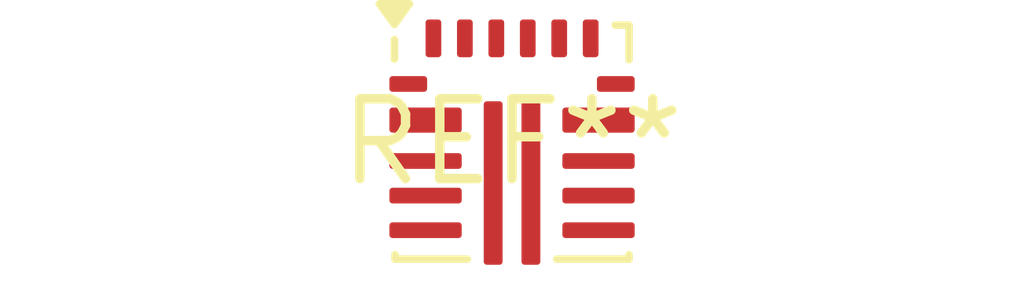
<source format=kicad_pcb>
(kicad_pcb (version 20240108) (generator pcbnew)
  (layers (0 "F.Cu" signal) (31 "B.Cu" signal) (34 "B.Paste" user) (35 "F.Paste" user) (36 "B.SilkS" user "B.Silkscreen") (37 "F.SilkS" user "F.Silkscreen") (38 "B.Mask" user) (39 "F.Mask" user) (44 "Edge.Cuts" user))
  (net 0 "")
  (footprint "Texas_RNN0018A" (layer "F.Cu") (at 0 0)
    (property "Reference" "REF**")
    (property "Value" "Texas_RNN0018A")
    (fp_line (start -1.87 -1.32) (end -1.87 -1.63) (layer "F.SilkS") (stroke (width 0.12)))
    (fp_line (start -1.86 1.79) (end -1.86 1.86) (layer "F.SilkS") (stroke (width 0.12)))
    (fp_line (start -1.86 1.86) (end -0.71 1.86) (layer "F.SilkS") (stroke (width 0.12)))
    (fp_line (start 1.64 -1.86) (end 1.86 -1.86) (layer "F.SilkS") (stroke (width 0.12)))
    (fp_line (start 1.86 -1.86) (end 1.86 -1.31) (layer "F.SilkS") (stroke (width 0.12)))
    (fp_line (start 1.86 1.79) (end 1.86 1.86) (layer "F.SilkS") (stroke (width 0.12)))
    (fp_line (start 1.86 1.86) (end 0.71 1.86) (layer "F.SilkS") (stroke (width 0.12)))
    (fp_poly (pts (xy -1.87 -1.87) (xy -2.11 -2.2) (xy -1.63 -2.2) (xy -1.87 -1.87)) (layer "F.SilkS") (stroke (width 0.12)) (fill solid))
    (pad "1" smd roundrect (at -1.65 -0.925) (size 0.6 0.25) (layers "F.Cu" "F.Paste" "F.Mask") (roundrect_rratio 0.2))
    (pad "2" smd roundrect (at -1.375 -0.35) (size 1.15 0.4) (layers "F.Cu" "F.Mask") (roundrect_rratio 0.125))
    (pad "3" smd roundrect (at -1.375 0.3) (size 1.15 0.25) (layers "F.Cu" "F.Paste" "F.Mask") (roundrect_rratio 0.2))
    (pad "4" smd roundrect (at -1.375 0.85) (size 1.15 0.25) (layers "F.Cu" "F.Paste" "F.Mask") (roundrect_rratio 0.2))
    (pad "5" smd roundrect (at -1.375 1.4) (size 1.15 0.25) (layers "F.Cu" "F.Paste" "F.Mask") (roundrect_rratio 0.2))
    (pad "6" smd roundrect (at -0.3 0.65) (size 0.3 2.6) (layers "F.Cu" "F.Mask") (roundrect_rratio 0.166))
    (pad "7" smd roundrect (at 0.3 0.65) (size 0.3 2.6) (layers "F.Cu" "F.Mask") (roundrect_rratio 0.166))
    (pad "8" smd roundrect (at 1.375 1.4) (size 1.15 0.25) (layers "F.Cu" "F.Paste" "F.Mask") (roundrect_rratio 0.2))
    (pad "9" smd roundrect (at 1.375 0.85) (size 1.15 0.25) (layers "F.Cu" "F.Paste" "F.Mask") (roundrect_rratio 0.2))
    (pad "10" smd roundrect (at 1.375 0.3) (size 1.15 0.25) (layers "F.Cu" "F.Paste" "F.Mask") (roundrect_rratio 0.2))
    (pad "11" smd roundrect (at 1.375 -0.35) (size 1.15 0.4) (layers "F.Cu" "F.Mask") (roundrect_rratio 0.125))
    (pad "12" smd roundrect (at 1.65 -0.925) (size 0.6 0.25) (layers "F.Cu" "F.Paste" "F.Mask") (roundrect_rratio 0.2))
    (pad "13" smd roundrect (at 1.25 -1.65) (size 0.25 0.6) (layers "F.Cu" "F.Paste" "F.Mask") (roundrect_rratio 0.2))
    (pad "14" smd roundrect (at 0.75 -1.65) (size 0.25 0.6) (layers "F.Cu" "F.Paste" "F.Mask") (roundrect_rratio 0.2))
    (pad "15" smd roundrect (at 0.25 -1.65) (size 0.25 0.6) (layers "F.Cu" "F.Paste" "F.Mask") (roundrect_rratio 0.2))
    (pad "16" smd roundrect (at -0.25 -1.65) (size 0.25 0.6) (layers "F.Cu" "F.Paste" "F.Mask") (roundrect_rratio 0.2))
    (pad "17" smd roundrect (at -0.75 -1.65) (size 0.25 0.6) (layers "F.Cu" "F.Paste" "F.Mask") (roundrect_rratio 0.2))
    (pad "18" smd roundrect (at -1.25 -1.65) (size 0.25 0.6) (layers "F.Cu" "F.Paste" "F.Mask") (roundrect_rratio 0.2))
  )
)
</source>
